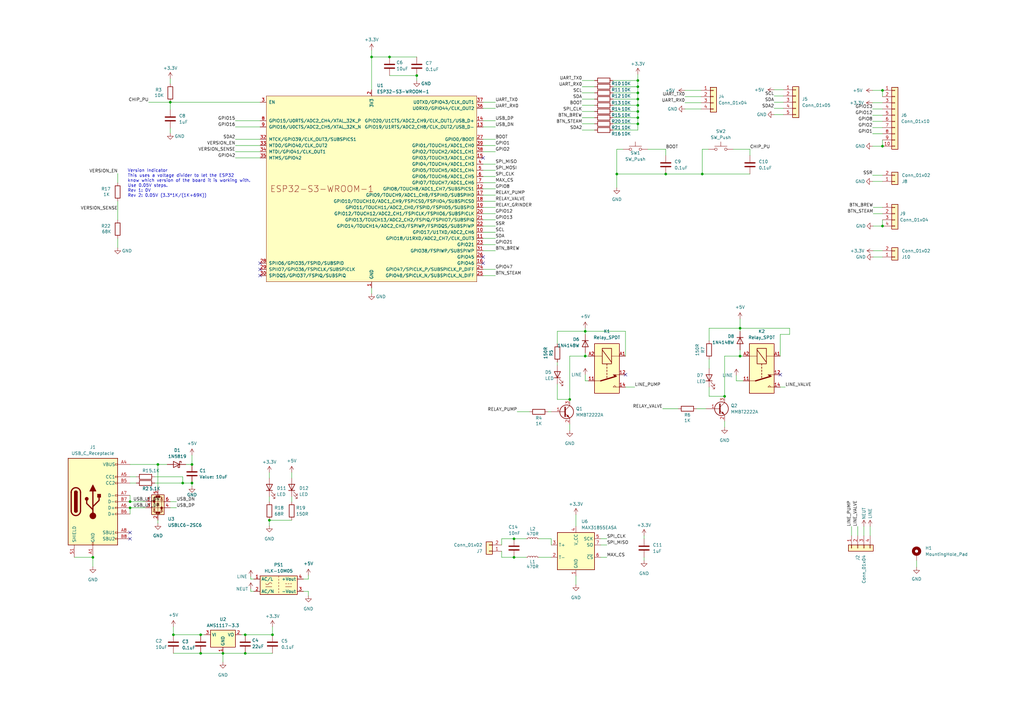
<source format=kicad_sch>
(kicad_sch (version 20231120) (generator "eeschema") (generator_version "8.0")
  (paper "A3")
  (title_block (title "GaggiMate Controller PCB") (date "2024-11-24") (rev "1.0"))
  (junction (at 361.95 92.71))
  (junction (at 261.62 50.8))
  (junction (at 303.53 134.62))
  (junction (at 100.584 267.97))
  (junction (at 273.05 71.374))
  (junction (at 261.62 35.56))
  (junction (at 64.77 190.5))
  (junction (at 261.62 45.72))
  (junction (at 361.95 59.944))
  (junction (at 210.82 228.6))
  (junction (at 111.76 260.35))
  (junction (at 297.18 162.56))
  (junction (at 261.62 38.1))
  (junction (at 303.53 146.05))
  (junction (at 252.984 71.374))
  (junction (at 361.95 37.084))
  (junction (at 261.62 48.26))
  (junction (at 53.34 205.74))
  (junction (at 152.4 23.368))
  (junction (at 100.584 260.35))
  (junction (at 69.85 41.91))
  (junction (at 110.49 213.36))
  (junction (at 261.62 33.02))
  (junction (at 159.766 23.368))
  (junction (at 82.296 267.97))
  (junction (at 210.82 220.98))
  (junction (at 91.44 267.97))
  (junction (at 288.036 71.374))
  (junction (at 170.942 30.988))
  (junction (at 78.74 190.5))
  (junction (at 71.12 260.35))
  (junction (at 74.93 198.12))
  (junction (at 240.03 146.05))
  (junction (at 53.34 208.28))
  (junction (at 261.62 43.18))
  (junction (at 82.296 260.35))
  (junction (at 233.68 163.83))
  (junction (at 240.03 135.89))
  (junction (at 261.62 40.64))
  (junction (at 78.74 198.12))
  (junction (at 38.1 228.6))
  (no_connect (at 198.12 64.77))
  (no_connect (at 106.68 113.03))
  (no_connect (at 53.34 220.98))
  (no_connect (at 256.54 153.67))
  (no_connect (at 198.12 107.95))
  (no_connect (at 198.12 105.41))
  (no_connect (at 53.34 218.44))
  (no_connect (at 106.68 110.49))
  (no_connect (at 320.04 153.67))
  (no_connect (at 106.68 107.95))
  (wire (pts (xy 261.62 48.26) (xy 261.62 45.72)))
  (wire (pts (xy 96.52 62.23) (xy 106.68 62.23)))
  (wire (pts (xy 228.6 135.89) (xy 228.6 140.97)))
  (wire (pts (xy 198.12 41.91) (xy 203.2 41.91)))
  (wire (pts (xy 361.95 57.404) (xy 361.95 59.944)))
  (wire (pts (xy 228.6 148.59) (xy 228.6 149.86)))
  (wire (pts (xy 205.74 220.98) (xy 210.82 220.98)))
  (wire (pts (xy 320.04 137.16) (xy 320.04 146.05)))
  (wire (pts (xy 110.49 193.802) (xy 110.49 196.088)))
  (wire (pts (xy 273.05 63.754) (xy 273.05 61.214)))
  (wire (pts (xy 198.12 113.03) (xy 203.2 113.03)))
  (wire (pts (xy 261.62 33.02) (xy 261.62 35.56)))
  (wire (pts (xy 240.03 134.62) (xy 240.03 135.89)))
  (wire (pts (xy 71.12 267.97) (xy 82.296 267.97)))
  (wire (pts (xy 198.12 82.55) (xy 203.2 82.55)))
  (wire (pts (xy 261.62 50.8) (xy 261.62 48.26)))
  (wire (pts (xy 323.85 137.16) (xy 320.04 137.16)))
  (wire (pts (xy 317.5 46.99) (xy 321.31 46.99)))
  (wire (pts (xy 303.53 146.05) (xy 304.8 146.05)))
  (wire (pts (xy 246.38 223.52) (xy 248.92 223.52)))
  (wire (pts (xy 297.18 146.05) (xy 303.53 146.05)))
  (wire (pts (xy 251.46 45.72) (xy 261.62 45.72)))
  (wire (pts (xy 198.12 49.53) (xy 203.2 49.53)))
  (wire (pts (xy 38.1 228.6) (xy 38.1 232.41)))
  (wire (pts (xy 100.584 260.35) (xy 111.76 260.35)))
  (wire (pts (xy 228.6 163.83) (xy 233.68 163.83)))
  (wire (pts (xy 226.06 220.98) (xy 226.06 223.52)))
  (wire (pts (xy 126.492 242.57) (xy 126.492 244.348)))
  (wire (pts (xy 198.12 62.23) (xy 203.2 62.23)))
  (wire (pts (xy 261.62 40.64) (xy 261.62 43.18)))
  (wire (pts (xy 69.85 52.578) (xy 69.85 54.61)))
  (wire (pts (xy 152.4 20.574) (xy 152.4 23.368)))
  (wire (pts (xy 126.492 237.49) (xy 126.492 235.966)))
  (wire (pts (xy 261.62 45.72) (xy 261.62 43.18)))
  (wire (pts (xy 63.5 195.58) (xy 74.93 195.58)))
  (wire (pts (xy 96.52 59.69) (xy 106.68 59.69)))
  (wire (pts (xy 256.54 135.89) (xy 256.54 146.05)))
  (wire (pts (xy 240.03 153.67) (xy 240.03 156.21)))
  (wire (pts (xy 198.12 95.25) (xy 203.2 95.25)))
  (wire (pts (xy 246.38 228.6) (xy 248.92 228.6)))
  (wire (pts (xy 111.76 260.35) (xy 111.76 257.048)))
  (wire (pts (xy 71.12 257.048) (xy 71.12 260.35)))
  (wire (pts (xy 233.68 163.83) (xy 233.68 146.05)))
  (wire (pts (xy 240.03 144.78) (xy 240.03 146.05)))
  (wire (pts (xy 69.85 32.258) (xy 69.85 34.29)))
  (wire (pts (xy 290.83 162.56) (xy 297.18 162.56)))
  (wire (pts (xy 124.46 237.49) (xy 126.492 237.49)))
  (wire (pts (xy 78.74 198.12) (xy 74.93 198.12)))
  (wire (pts (xy 303.53 134.62) (xy 323.85 134.62)))
  (wire (pts (xy 198.12 87.63) (xy 203.2 87.63)))
  (wire (pts (xy 78.74 190.5) (xy 78.74 186.69)))
  (wire (pts (xy 159.766 30.988) (xy 170.942 30.988)))
  (wire (pts (xy 236.22 236.22) (xy 236.22 239.776)))
  (wire (pts (xy 302.006 156.21) (xy 304.8 156.21)))
  (wire (pts (xy 357.886 42.164) (xy 361.95 42.164)))
  (wire (pts (xy 357.886 54.864) (xy 361.95 54.864)))
  (wire (pts (xy 288.036 61.214) (xy 290.576 61.214)))
  (wire (pts (xy 212.09 168.91) (xy 217.17 168.91)))
  (wire (pts (xy 96.52 64.77) (xy 106.68 64.77)))
  (wire (pts (xy 323.85 137.16) (xy 323.85 134.62)))
  (wire (pts (xy 280.924 42.164) (xy 287.528 42.164)))
  (wire (pts (xy 288.036 61.214) (xy 288.036 71.374)))
  (wire (pts (xy 48.26 82.55) (xy 48.26 90.17)))
  (wire (pts (xy 317.5 41.91) (xy 321.31 41.91)))
  (wire (pts (xy 357.886 71.882) (xy 361.95 71.882)))
  (wire (pts (xy 303.53 134.62) (xy 303.53 135.89)))
  (wire (pts (xy 357.886 44.704) (xy 361.95 44.704)))
  (wire (pts (xy 82.296 260.35) (xy 83.82 260.35)))
  (wire (pts (xy 361.95 37.084) (xy 361.95 39.624)))
  (wire (pts (xy 288.036 71.374) (xy 273.05 71.374)))
  (wire (pts (xy 357.886 37.084) (xy 361.95 37.084)))
  (wire (pts (xy 152.4 118.11) (xy 152.4 120.396)))
  (wire (pts (xy 198.12 69.85) (xy 203.2 69.85)))
  (wire (pts (xy 240.03 135.89) (xy 256.54 135.89)))
  (wire (pts (xy 358.14 92.71) (xy 361.95 92.71)))
  (wire (pts (xy 198.12 80.01) (xy 203.2 80.01)))
  (wire (pts (xy 354.33 215.9) (xy 354.33 219.71)))
  (wire (pts (xy 53.34 205.74) (xy 59.69 205.74)))
  (wire (pts (xy 198.12 97.79) (xy 203.2 97.79)))
  (wire (pts (xy 159.766 23.368) (xy 170.942 23.368)))
  (wire (pts (xy 361.95 90.17) (xy 361.95 92.71)))
  (wire (pts (xy 358.14 85.09) (xy 361.95 85.09)))
  (wire (pts (xy 170.942 33.02) (xy 170.942 30.988)))
  (wire (pts (xy 102.87 241.554) (xy 102.87 242.57)))
  (wire (pts (xy 264.16 228.6) (xy 264.16 229.87)))
  (wire (pts (xy 99.06 260.35) (xy 100.584 260.35)))
  (wire (pts (xy 256.54 158.75) (xy 260.35 158.75)))
  (wire (pts (xy 48.26 97.79) (xy 48.26 101.6)))
  (wire (pts (xy 96.52 57.15) (xy 106.68 57.15)))
  (wire (pts (xy 233.68 173.99) (xy 233.68 176.53)))
  (wire (pts (xy 228.6 135.89) (xy 240.03 135.89)))
  (wire (pts (xy 280.924 37.084) (xy 287.528 37.084)))
  (wire (pts (xy 290.83 147.32) (xy 290.83 151.13)))
  (wire (pts (xy 198.12 52.07) (xy 203.2 52.07)))
  (wire (pts (xy 205.74 223.52) (xy 205.74 220.98)))
  (wire (pts (xy 357.886 47.244) (xy 361.95 47.244)))
  (wire (pts (xy 60.96 41.91) (xy 69.85 41.91)))
  (wire (pts (xy 317.5 39.37) (xy 321.31 39.37)))
  (wire (pts (xy 251.46 50.8) (xy 261.62 50.8)))
  (wire (pts (xy 238.76 53.34) (xy 243.84 53.34)))
  (wire (pts (xy 198.12 57.15) (xy 203.2 57.15)))
  (wire (pts (xy 110.49 213.36) (xy 119.634 213.36)))
  (wire (pts (xy 64.77 190.5) (xy 64.77 200.66)))
  (wire (pts (xy 224.79 168.91) (xy 226.06 168.91)))
  (wire (pts (xy 69.85 41.91) (xy 69.85 44.958)))
  (wire (pts (xy 297.18 172.72) (xy 297.18 175.26)))
  (wire (pts (xy 69.85 205.74) (xy 72.39 205.74)))
  (wire (pts (xy 198.12 72.39) (xy 203.2 72.39)))
  (wire (pts (xy 307.594 71.374) (xy 288.036 71.374)))
  (wire (pts (xy 280.924 44.704) (xy 287.528 44.704)))
  (wire (pts (xy 290.83 158.75) (xy 290.83 162.56)))
  (wire (pts (xy 252.984 71.374) (xy 252.984 76.962)))
  (wire (pts (xy 240.03 135.89) (xy 240.03 137.16)))
  (wire (pts (xy 251.46 53.34) (xy 261.62 53.34)))
  (wire (pts (xy 238.76 40.64) (xy 243.84 40.64)))
  (wire (pts (xy 303.53 130.81) (xy 303.53 134.62)))
  (wire (pts (xy 356.87 215.9) (xy 356.87 219.71)))
  (wire (pts (xy 198.12 77.47) (xy 203.2 77.47)))
  (wire (pts (xy 251.46 35.56) (xy 261.62 35.56)))
  (wire (pts (xy 91.44 267.97) (xy 100.584 267.97)))
  (wire (pts (xy 198.12 44.45) (xy 203.2 44.45)))
  (wire (pts (xy 119.634 203.708) (xy 119.634 205.74)))
  (wire (pts (xy 198.12 102.87) (xy 203.2 102.87)))
  (wire (pts (xy 271.78 167.64) (xy 278.13 167.64)))
  (wire (pts (xy 264.16 219.71) (xy 264.16 220.98)))
  (wire (pts (xy 64.77 213.36) (xy 64.77 214.63)))
  (wire (pts (xy 351.79 215.9) (xy 351.79 219.71)))
  (wire (pts (xy 53.34 208.28) (xy 53.34 210.82)))
  (wire (pts (xy 198.12 110.49) (xy 203.2 110.49)))
  (wire (pts (xy 357.886 59.944) (xy 361.95 59.944)))
  (wire (pts (xy 300.736 61.214) (xy 307.594 61.214)))
  (wire (pts (xy 357.886 49.784) (xy 361.95 49.784)))
  (wire (pts (xy 53.34 203.2) (xy 53.34 205.74)))
  (wire (pts (xy 358.14 87.63) (xy 361.95 87.63)))
  (wire (pts (xy 228.6 157.48) (xy 228.6 163.83)))
  (wire (pts (xy 238.76 48.26) (xy 243.84 48.26)))
  (wire (pts (xy 69.85 41.91) (xy 106.68 41.91)))
  (wire (pts (xy 320.04 158.75) (xy 322.072 158.75)))
  (wire (pts (xy 251.46 48.26) (xy 261.62 48.26)))
  (wire (pts (xy 198.12 67.31) (xy 203.2 67.31)))
  (wire (pts (xy 100.584 267.97) (xy 111.76 267.97)))
  (wire (pts (xy 317.5 44.45) (xy 321.31 44.45)))
  (wire (pts (xy 220.98 220.98) (xy 226.06 220.98)))
  (wire (pts (xy 63.5 198.12) (xy 74.93 198.12)))
  (wire (pts (xy 236.22 211.074) (xy 236.22 215.9)))
  (wire (pts (xy 74.93 195.58) (xy 74.93 198.12)))
  (wire (pts (xy 302.006 153.924) (xy 302.006 156.21)))
  (wire (pts (xy 238.76 33.02) (xy 243.84 33.02)))
  (wire (pts (xy 238.76 43.18) (xy 243.84 43.18)))
  (wire (pts (xy 53.34 208.28) (xy 59.69 208.28)))
  (wire (pts (xy 210.82 220.98) (xy 215.9 220.98)))
  (wire (pts (xy 82.296 267.97) (xy 91.44 267.97)))
  (wire (pts (xy 251.46 38.1) (xy 261.62 38.1)))
  (wire (pts (xy 64.77 190.5) (xy 68.58 190.5)))
  (wire (pts (xy 76.2 190.5) (xy 78.74 190.5)))
  (wire (pts (xy 357.886 74.422) (xy 361.95 74.422)))
  (wire (pts (xy 53.34 190.5) (xy 64.77 190.5)))
  (wire (pts (xy 198.12 85.09) (xy 203.2 85.09)))
  (wire (pts (xy 110.49 203.708) (xy 110.49 205.74)))
  (wire (pts (xy 210.82 228.6) (xy 215.9 228.6)))
  (wire (pts (xy 119.634 193.802) (xy 119.634 196.088)))
  (wire (pts (xy 238.76 50.8) (xy 243.84 50.8)))
  (wire (pts (xy 102.87 237.49) (xy 104.14 237.49)))
  (wire (pts (xy 152.4 23.368) (xy 159.766 23.368)))
  (wire (pts (xy 238.76 38.1) (xy 243.84 38.1)))
  (wire (pts (xy 375.92 229.87) (xy 375.92 232.664)))
  (wire (pts (xy 349.25 215.9) (xy 349.25 219.71)))
  (wire (pts (xy 124.46 242.57) (xy 126.492 242.57)))
  (wire (pts (xy 205.74 226.06) (xy 205.74 228.6)))
  (wire (pts (xy 53.34 198.12) (xy 55.88 198.12)))
  (wire (pts (xy 297.18 162.56) (xy 297.18 146.05)))
  (wire (pts (xy 220.98 228.6) (xy 226.06 228.6)))
  (wire (pts (xy 71.12 260.35) (xy 82.296 260.35)))
  (wire (pts (xy 303.53 143.51) (xy 303.53 146.05)))
  (wire (pts (xy 280.924 39.624) (xy 287.528 39.624)))
  (wire (pts (xy 252.984 61.214) (xy 255.524 61.214)))
  (wire (pts (xy 358.14 102.87) (xy 361.95 102.87)))
  (wire (pts (xy 53.34 195.58) (xy 55.88 195.58)))
  (wire (pts (xy 240.03 146.05) (xy 241.3 146.05)))
  (wire (pts (xy 261.62 30.48) (xy 261.62 33.02)))
  (wire (pts (xy 238.76 35.56) (xy 243.84 35.56)))
  (wire (pts (xy 198.12 90.17) (xy 203.2 90.17)))
  (wire (pts (xy 261.62 35.56) (xy 261.62 38.1)))
  (wire (pts (xy 285.75 167.64) (xy 289.56 167.64)))
  (wire (pts (xy 78.74 198.12) (xy 78.74 199.39)))
  (wire (pts (xy 251.46 40.64) (xy 261.62 40.64)))
  (wire (pts (xy 96.52 52.07) (xy 106.68 52.07)))
  (wire (pts (xy 357.886 52.324) (xy 361.95 52.324)))
  (wire (pts (xy 91.44 267.97) (xy 91.44 271.526)))
  (wire (pts (xy 238.76 45.72) (xy 243.84 45.72)))
  (wire (pts (xy 265.684 61.214) (xy 273.05 61.214)))
  (wire (pts (xy 205.74 228.6) (xy 210.82 228.6)))
  (wire (pts (xy 152.4 23.368) (xy 152.4 36.83)))
  (wire (pts (xy 30.48 228.6) (xy 38.1 228.6)))
  (wire (pts (xy 317.5 36.83) (xy 321.31 36.83)))
  (wire (pts (xy 273.05 71.374) (xy 252.984 71.374)))
  (wire (pts (xy 290.83 139.7) (xy 290.83 134.62)))
  (wire (pts (xy 246.38 220.98) (xy 248.92 220.98)))
  (wire (pts (xy 102.87 242.57) (xy 104.14 242.57)))
  (wire (pts (xy 251.46 43.18) (xy 261.62 43.18)))
  (wire (pts (xy 198.12 92.71) (xy 203.2 92.71)))
  (wire (pts (xy 252.984 61.214) (xy 252.984 71.374)))
  (wire (pts (xy 198.12 74.93) (xy 203.2 74.93)))
  (wire (pts (xy 198.12 100.33) (xy 203.2 100.33)))
  (wire (pts (xy 251.46 33.02) (xy 261.62 33.02)))
  (wire (pts (xy 102.87 236.474) (xy 102.87 237.49)))
  (wire (pts (xy 290.83 134.62) (xy 303.53 134.62)))
  (wire (pts (xy 110.49 213.36) (xy 110.49 215.646)))
  (wire (pts (xy 261.62 53.34) (xy 261.62 50.8)))
  (wire (pts (xy 358.14 105.41) (xy 361.95 105.41)))
  (wire (pts (xy 307.594 63.754) (xy 307.594 61.214)))
  (wire (pts (xy 240.03 156.21) (xy 241.3 156.21)))
  (wire (pts (xy 261.62 38.1) (xy 261.62 40.64)))
  (wire (pts (xy 69.85 208.28) (xy 72.39 208.28)))
  (wire (pts (xy 233.68 146.05) (xy 240.03 146.05)))
  (wire (pts (xy 48.26 71.12) (xy 48.26 74.93)))
  (wire (pts (xy 198.12 59.69) (xy 203.2 59.69)))
  (wire (pts (xy 96.52 49.53) (xy 106.68 49.53)))
  (text "Version Indicator\nThis uses a voltage divider to let the ESP32 \nknow which version of the board it is working with.\nUse 0.05V steps.\nRev 1: 0V\nRev 2: 0.05V (3.3*1K/(1K+69K))" (at 52.324 75.184 0) (effects (font (size 1.27 1.27)) (justify left)))
  (label "RELAY_VALVE" (at 203.2 82.55 0))
  (label "GPIO16" (at 96.52 52.07 180))
  (label "GPIO2" (at 203.2 62.23 0))
  (label "SDA2" (at 96.52 57.15 180))
  (label "MAX_CS" (at 203.2 74.93 0))
  (label "GPIO2" (at 357.886 52.324 180))
  (label "SDA2" (at 317.5 44.45 180))
  (label "UART_RX0" (at 280.924 42.164 180))
  (label "GPIO13" (at 203.2 90.17 0))
  (label "SPI_CLK" (at 203.2 72.39 0))
  (label "SCL" (at 238.76 38.1 180))
  (label "RELAY_PUMP" (at 203.2 80.01 0))
  (label "BOOT" (at 203.2 57.15 0))
  (label "GPIO13" (at 357.886 44.704 180))
  (label "SPI_MISO" (at 248.92 223.52 0))
  (label "GPIO15" (at 96.52 49.53 180))
  (label "GPIO47" (at 203.2 110.49 0))
  (label "GPIO1" (at 357.886 54.864 180))
  (label "SDA" (at 238.76 40.64 180))
  (label "VERSION_EN" (at 48.26 71.12 180))
  (label "SSR" (at 357.886 71.882 180))
  (label "BTN_STEAM" (at 358.14 87.63 180))
  (label "CHIP_PU" (at 60.96 41.91 180))
  (label "USB_DP" (at 72.39 208.28 0))
  (label "SPI_CLK" (at 238.76 45.72 180))
  (label "LINE_PUMP" (at 349.25 215.9 90))
  (label "SCL" (at 203.2 95.25 0))
  (label "USB_DP" (at 203.2 49.53 0))
  (label "GPIO1" (at 203.2 59.69 0))
  (label "SDA2" (at 238.76 53.34 180))
  (label "BOOT" (at 273.05 61.214 0))
  (label "BOOT" (at 238.76 43.18 180))
  (label "MAX_CS" (at 248.92 228.6 0))
  (label "SPI_MOSI" (at 203.2 69.85 0))
  (label "GPIO12" (at 357.886 47.244 180))
  (label "LINE_VALVE" (at 322.072 158.75 0))
  (label "SPI_CLK" (at 248.92 220.98 0))
  (label "RELAY_VALVE" (at 271.78 167.64 180))
  (label "BTN_STEAM" (at 238.76 50.8 180))
  (label "RELAY_GRINDER" (at 203.2 85.09 0))
  (label "CHIP_PU" (at 307.594 61.214 0))
  (label "GPIO21" (at 203.2 100.33 0))
  (label "USB_UF_DN" (at 54.61 205.74 0))
  (label "RELAY_PUMP" (at 212.09 168.91 180))
  (label "LINE_PUMP" (at 260.35 158.75 0))
  (label "SPI_MISO" (at 203.2 67.31 0))
  (label "VERSION_SENSE" (at 48.26 86.36 180))
  (label "SSR" (at 203.2 92.71 0))
  (label "UART_TX0" (at 238.76 33.02 180))
  (label "GPIO8" (at 203.2 77.47 0))
  (label "GPIO8" (at 357.886 49.784 180))
  (label "USB_DN" (at 72.39 205.74 0))
  (label "UART_TX0" (at 280.924 39.624 180))
  (label "VERSION_SENSE" (at 96.52 62.23 180))
  (label "BTN_BREW" (at 203.2 102.87 0))
  (label "SDA" (at 317.5 41.91 180))
  (label "USB_DN" (at 203.2 52.07 0))
  (label "SCL" (at 317.5 39.37 180))
  (label "USB_UF_DP" (at 54.61 208.28 0))
  (label "GPIO12" (at 203.2 87.63 0))
  (label "SDA" (at 203.2 97.79 0))
  (label "VERSION_EN" (at 96.52 59.69 180))
  (label "BTN_STEAM" (at 203.2 113.03 0))
  (label "GPIO42" (at 96.52 64.77 180))
  (label "BTN_BREW" (at 238.76 48.26 180))
  (label "UART_RX0" (at 238.76 35.56 180))
  (label "UART_RX0" (at 203.2 44.45 0))
  (label "BTN_BREW" (at 358.14 85.09 180))
  (label "LINE_VALVE" (at 351.79 215.9 90))
  (label "UART_TX0" (at 203.2 41.91 0))
  (symbol (lib_id "power:GND") (at 152.4 120.396 0) (unit 1)
    (property "Reference" "#PWR027" (effects (hide yes)))
    (property "Value" "GND" (at 156.21 121.666 0))
  )
  (symbol (lib_id "Device:L_Small") (at 218.44 228.6 90) (unit 1)
    (property "Reference" "L1" (at 218.44 230.378 90))
    (property "Value" "470R" (at 218.44 232.41 90))
    (property "Footprint" "Inductor_SMD:L_0603_1608Metric" (effects (hide yes)))
    (property "LCSC" "C413961" (effects (hide yes)))
  )
  (symbol (lib_id "power:+3.3V") (at 69.85 32.258 0) (unit 1)
    (property "Reference" "#PWR010" (effects (hide yes)))
    (property "Value" "+3.3V" (at 69.85 27.94 0))
  )
  (symbol (lib_id "power:NEUT") (at 102.87 241.554 0) (unit 1)
    (property "Reference" "#PWR015" (effects (hide yes)))
    (property "Value" "NEUT" (at 99.314 241.554 0))
  )
  (symbol (lib_id "Device:LED") (at 228.6 153.67 90) (unit 1)
    (property "Reference" "D5" (at 223.52 152.654 90) (effects (justify right)))
    (property "Value" "LED" (at 223.52 155.194 90) (effects (justify right)))
    (property "Footprint" "LED_SMD:LED_0805_2012Metric" (effects (hide yes)))
    (property "LCSC" "C84256" (effects (hide yes)))
  )
  (symbol (lib_id "Sensor_Temperature:MAX31855EASA") (at 236.22 226.06 0) (unit 1)
    (property "Reference" "U6" (at 238.4141 213.868 0) (effects (justify left)))
    (property "Value" "MAX31855EASA" (at 238.4141 216.408 0) (effects (justify left)))
    (property "Footprint" "Package_SO:SOIC-8_3.9x4.9mm_P1.27mm" (effects (hide yes)))
    (property "Datasheet" "http://datasheets.maximintegrated.com/en/ds/MAX31855.pdf" (effects (hide yes)))
    (property "LCSC" "C52028" (effects (hide yes)))
  )
  (symbol (lib_id "power:GND") (at 170.942 33.02 0) (unit 1)
    (property "Reference" "#PWR08" (effects (hide yes)))
    (property "Value" "GND" (at 174.752 34.29 0))
  )
  (symbol (lib_id "power:GND") (at 69.85 54.61 0) (unit 1)
    (property "Reference" "#PWR011" (effects (hide yes)))
    (property "Value" "GND" (at 73.66 55.88 0))
  )
  (symbol (lib_id "power:+5V") (at 317.5 36.83 90) (unit 1)
    (property "Reference" "#PWR031" (effects (hide yes)))
    (property "Value" "+5V" (at 313.436 36.83 90) (effects (justify left)))
  )
  (symbol (lib_id "Device:C") (at 264.16 224.79 0) (unit 1)
    (property "Reference" "C11" (at 267.716 223.52 0) (effects (justify left)))
    (property "Value" "1uF" (at 267.716 226.06 0) (effects (justify left)))
    (property "Footprint" "Capacitor_SMD:C_0402_1005Metric" (effects (hide yes)))
    (property "LCSC" "C28323" (effects (hide yes)))
  )
  (symbol (lib_id "Switch:SW_Push") (at 260.604 61.214 0) (unit 1)
    (property "Reference" "SW1" (at 260.604 62.738 0))
    (property "Value" "SW_Push" (at 260.604 65.278 0))
    (property "Footprint" "Button_Switch_SMD:SW_SPST_B3U-3100P-B" (effects (hide yes)))
    (property "LCSC" "C116647" (effects (hide yes)))
  )
  (symbol (lib_id "power:+5V") (at 78.74 186.69 0) (unit 1)
    (property "Reference" "#PWR02" (effects (hide yes)))
    (property "Value" "+5V" (at 78.74 181.864 0))
  )
  (symbol (lib_id "PCM_Espressif:ESP32-S3-WROOM-1") (at 152.4 77.47 0) (unit 1)
    (property "Reference" "U1" (at 154.5941 35.052 0) (effects (justify left)))
    (property "Value" "ESP32-S3-WROOM-1" (at 154.5941 37.592 0) (effects (justify left)))
    (property "Footprint" "PCM_Espressif:ESP32-S3-WROOM-1" (effects (hide yes)))
    (property "Datasheet" "https://www.espressif.com/sites/default/files/documentation/esp32-s3-wroom-1_wroom-1u_datasheet_en.pdf" (effects (hide yes)))
    (property "LCSC" "C2913201" (effects (hide yes)))
  )
  (symbol (lib_id "Device:R") (at 247.65 38.1 270) (unit 1)
    (property "Reference" "R12" (at 252.73 39.37 90))
    (property "Value" "10K" (at 256.794 39.37 90))
    (property "Footprint" "Resistor_SMD:R_0402_1005Metric" (effects (hide yes)))
    (property "LCSC" "C17414" (effects (hide yes)))
  )
  (symbol (lib_id "Device:R") (at 247.65 53.34 270) (unit 1)
    (property "Reference" "R16" (at 252.73 54.864 90))
    (property "Value" "10K" (at 256.794 54.864 90))
    (property "Footprint" "Resistor_SMD:R_0402_1005Metric" (effects (hide yes)))
    (property "LCSC" "C17414" (effects (hide yes)))
  )
  (symbol (lib_id "Connector_Generic:Conn_01x10") (at 367.03 47.244 0) (unit 1)
    (property "Reference" "J6" (at 369.57 47.244 0) (effects (justify left)))
    (property "Value" "Conn_01x10" (at 369.57 49.784 0) (effects (justify left)))
    (property "Footprint" "Connector_PinHeader_2.54mm:PinHeader_1x10_P2.54mm_Vertical" (effects (hide yes)))
    (property "LCSC" "C5383117" (effects (hide yes)))
  )
  (symbol (lib_id "Connector_Generic:Conn_01x02") (at 367.03 74.422 0) (mirror x) (unit 1)
    (property "Reference" "J8" (at 369.824 74.422 0) (effects (justify left)))
    (property "Value" "Conn_01x02" (at 369.824 71.882 0) (effects (justify left)))
    (property "Footprint" "Connector_JST:JST_PH_B2B-PH-K_1x02_P2.00mm_Vertical" (effects (hide yes)))
    (property "LCSC" "C158012" (effects (hide yes)))
  )
  (symbol (lib_id "Device:R") (at 290.83 143.51 180) (unit 1)
    (property "Reference" "R7" (at 288.29 143.51 90))
    (property "Value" "150R" (at 286.004 143.51 90))
    (property "Footprint" "Resistor_SMD:R_0402_1005Metric" (effects (hide yes)))
    (property "LCSC" "C17471" (effects (hide yes)))
  )
  (symbol (lib_id "Device:D") (at 240.03 140.97 270) (unit 1)
    (property "Reference" "D6" (at 234.95 139.192 90) (effects (justify left)))
    (property "Value" "1N4148W" (at 228.6 141.732 90) (effects (justify left)))
    (property "Footprint" "Diode_SMD:D_SOD-123" (effects (hide yes)))
    (property "Sim.Device" "D" (effects (hide yes)))
    (property "Sim.Pins" "1=K 2=A" (effects (hide yes)))
    (property "LCSC" "C81598" (effects (hide yes)))
  )
  (symbol (lib_id "power:GND") (at 280.924 44.704 270) (unit 1)
    (property "Reference" "#PWR029" (effects (hide yes)))
    (property "Value" "GND" (at 275.844 44.704 90))
  )
  (symbol (lib_id "Device:R") (at 59.69 195.58 270) (unit 1)
    (property "Reference" "R1" (at 59.69 193.04 90))
    (property "Value" "5.1K" (at 63.246 193.04 90))
    (property "Footprint" "Resistor_SMD:R_0402_1005Metric" (effects (hide yes)))
    (property "LCSC" "C27834" (effects (hide yes)))
  )
  (symbol (lib_id "power:+5V") (at 280.924 37.084 90) (unit 1)
    (property "Reference" "#PWR030" (effects (hide yes)))
    (property "Value" "+5V" (at 276.86 37.084 90) (effects (justify left)))
  )
  (symbol (lib_id "Device:R") (at 247.65 40.64 270) (unit 1)
    (property "Reference" "R13" (at 252.73 42.164 90))
    (property "Value" "10K" (at 256.794 42.164 90))
    (property "Footprint" "Resistor_SMD:R_0402_1005Metric" (effects (hide yes)))
    (property "LCSC" "C17414" (effects (hide yes)))
  )
  (symbol (lib_id "power:GND") (at 358.14 105.41 270) (unit 1)
    (property "Reference" "#PWR049" (effects (hide yes)))
    (property "Value" "GND" (at 353.06 105.41 90))
  )
  (symbol (lib_id "power:GND") (at 317.5 46.99 270) (unit 1)
    (property "Reference" "#PWR032" (effects (hide yes)))
    (property "Value" "GND" (at 312.42 46.99 90))
  )
  (symbol (lib_id "Device:C") (at 210.82 224.79 0) (unit 1)
    (property "Reference" "C14" (at 208.534 216.154 0) (effects (justify left)))
    (property "Value" "10nF" (at 208.534 218.694 0) (effects (justify left)))
    (property "Footprint" "Capacitor_SMD:C_0402_1005Metric" (effects (hide yes)))
    (property "LCSC" "C1710" (effects (hide yes)))
  )
  (symbol (lib_id "Device:C") (at 82.296 264.16 0) (unit 1)
    (property "Reference" "C3" (at 74.676 263.144 0) (effects (justify left)))
    (property "Value" "0.1uF" (at 74.676 265.684 0) (effects (justify left)))
    (property "Footprint" "Capacitor_SMD:C_0402_1005Metric" (effects (hide yes)))
    (property "LCSC" "C49678" (effects (hide yes)))
  )
  (symbol (lib_id "power:GND") (at 48.26 101.6 0) (unit 1)
    (property "Reference" "#PWR042" (effects (hide yes)))
    (property "Value" "GND" (at 52.07 102.87 0))
  )
  (symbol (lib_id "Device:R") (at 110.49 209.55 0) (unit 1)
    (property "Reference" "R18" (at 112.522 208.28 0) (effects (justify left)))
    (property "Value" "68R" (at 112.522 210.82 0) (effects (justify left)))
    (property "Footprint" "Resistor_SMD:R_0402_1005Metric" (effects (hide yes)))
    (property "LCSC" "C17802" (effects (hide yes)))
  )
  (symbol (lib_id "Diode:1N5819") (at 72.39 190.5 0) (mirror y) (unit 1)
    (property "Reference" "D1" (at 72.7075 184.658 0))
    (property "Value" "1N5819" (at 72.7075 187.198 0))
    (property "Footprint" "Diode_SMD:D_SOD-123" (effects (hide yes)))
    (property "Datasheet" "http://www.vishay.com/docs/88525/1n5817.pdf" (effects (hide yes)))
    (property "LCSC" "C2891704" (effects (hide yes)))
  )
  (symbol (lib_id "Device:R") (at 119.634 209.55 0) (unit 1)
    (property "Reference" "R19" (at 121.412 208.28 0) (effects (justify left)))
    (property "Value" "150R" (at 121.412 210.82 0) (effects (justify left)))
    (property "Footprint" "Resistor_SMD:R_0402_1005Metric" (effects (hide yes)))
    (property "LCSC" "C17471" (effects (hide yes)))
  )
  (symbol (lib_id "Regulator_Linear:AMS1117-3.3") (at 91.44 260.35 0) (unit 1)
    (property "Reference" "U2" (at 91.44 254 0))
    (property "Value" "AMS1117-3.3" (at 91.44 256.54 0))
    (property "Footprint" "Package_TO_SOT_SMD:SOT-223-3_TabPin2" (effects (hide yes)))
    (property "Datasheet" "http://www.advanced-monolithic.com/pdf/ds1117.pdf" (effects (hide yes)))
    (property "LCSC" "C6186" (effects (hide yes)))
  )
  (symbol (lib_id "Device:R") (at 247.65 50.8 270) (unit 1)
    (property "Reference" "R21" (at 252.73 52.324 90))
    (property "Value" "10K" (at 256.794 52.324 90))
    (property "Footprint" "Resistor_SMD:R_0402_1005Metric" (effects (hide yes)))
    (property "LCSC" "C17414" (effects (hide yes)))
  )
  (symbol (lib_id "Connector_Generic:Conn_01x04") (at 351.79 224.79 90) (mirror x) (unit 1)
    (property "Reference" "J2" (at 351.79 227.584 0) (effects (justify left)))
    (property "Value" "Conn_01x04" (at 354.33 227.584 0) (effects (justify left)))
    (property "Footprint" "TerminalBlock:TerminalBlock_bornier-4_P5.08mm" (effects (hide yes)))
    (property "Description" "Generic connector, single row, 01x04, script generated (kicad-library-utils/schlib/autogen/connector/)" (effects (hide yes)))
    (property "LCSC" "C409161" (effects (hide yes)))
  )
  (symbol (lib_id "power:LINE") (at 102.87 236.474 0) (unit 1)
    (property "Reference" "#PWR014" (effects (hide yes)))
    (property "Value" "LINE" (at 99.314 236.474 0))
  )
  (symbol (lib_id "power:GND") (at 236.22 239.776 0) (unit 1)
    (property "Reference" "#PWR039" (effects (hide yes)))
    (property "Value" "GND" (at 236.22 245.11 0))
  )
  (symbol (lib_id "Transistor_BJT:MMBT2222A") (at 231.14 168.91 0) (unit 1)
    (property "Reference" "Q1" (at 236.22 167.6399 0) (effects (justify left)))
    (property "Value" "MMBT2222A" (at 236.22 170.1799 0) (effects (justify left)))
    (property "Footprint" "Package_TO_SOT_SMD:SOT-23" (effects (hide yes)))
    (property "Datasheet" "https://assets.nexperia.com/documents/data-sheet/MMBT2222A.pdf" (effects (hide yes)))
    (property "Description" "600mA Ic, 40V Vce, NPN Transistor, SOT-23" (effects (hide yes)))
    (property "LCSC" "C916372" (effects (hide yes)))
  )
  (symbol (lib_id "Device:C") (at 100.584 264.16 0) (unit 1)
    (property "Reference" "C4" (at 103.378 262.636 0) (effects (justify left)))
    (property "Value" "22uF" (at 103.378 265.176 0) (effects (justify left)))
    (property "Footprint" "Capacitor_SMD:C_0402_1005Metric" (effects (hide yes)))
    (property "LCSC" "C45783" (effects (hide yes)))
  )
  (symbol (lib_id "power:+3.3V") (at 261.62 30.48 0) (unit 1)
    (property "Reference" "#PWR036" (effects (hide yes)))
    (property "Value" "+3.3V" (at 261.62 26.162 0))
  )
  (symbol (lib_id "Device:C") (at 69.85 48.768 0) (unit 1)
    (property "Reference" "C8" (at 73.406 47.498 0) (effects (justify left)))
    (property "Value" "1uF" (at 73.406 50.038 0) (effects (justify left)))
    (property "Footprint" "Capacitor_SMD:C_0402_1005Metric" (effects (hide yes)))
    (property "LCSC" "C28323" (effects (hide yes)))
  )
  (symbol (lib_id "power:+3.3V") (at 358.14 102.87 90) (unit 1)
    (property "Reference" "#PWR048" (effects (hide yes)))
    (property "Value" "+3.3V" (at 354.584 102.87 90) (effects (justify left)))
  )
  (symbol (lib_id "power:GND") (at 375.92 232.664 0) (unit 1)
    (property "Reference" "#PWR028" (effects (hide yes)))
    (property "Value" "GND" (at 375.92 237.49 0))
  )
  (symbol (lib_id "Switch:SW_Push") (at 295.656 61.214 0) (unit 1)
    (property "Reference" "SW2" (at 295.656 53.848 0))
    (property "Value" "SW_Push" (at 295.656 56.388 0))
    (property "Footprint" "Button_Switch_SMD:SW_SPST_B3U-3100P-B" (effects (hide yes)))
    (property "LCSC" "C116647" (effects (hide yes)))
  )
  (symbol (lib_id "Device:D") (at 303.53 139.7 270) (unit 1)
    (property "Reference" "D8" (at 298.45 137.922 90) (effects (justify left)))
    (property "Value" "1N4148W" (at 292.1 140.462 90) (effects (justify left)))
    (property "Footprint" "Diode_SMD:D_SOD-123" (effects (hide yes)))
    (property "Sim.Device" "D" (effects (hide yes)))
    (property "Sim.Pins" "1=K 2=A" (effects (hide yes)))
    (property "LCSC" "C81598" (effects (hide yes)))
  )
  (symbol (lib_id "power:+3.3V") (at 110.49 193.802 0) (unit 1)
    (property "Reference" "#PWR045" (effects (hide yes)))
    (property "Value" "+3.3V" (at 110.49 189.484 0))
  )
  (symbol (lib_id "Device:R") (at 247.65 43.18 270) (unit 1)
    (property "Reference" "R14" (at 252.73 44.704 90))
    (property "Value" "10K" (at 256.794 44.704 90))
    (property "Footprint" "Resistor_SMD:R_0402_1005Metric" (effects (hide yes)))
    (property "LCSC" "C17414" (effects (hide yes)))
  )
  (symbol (lib_id "Device:C") (at 111.76 264.16 0) (unit 1)
    (property "Reference" "C5" (at 115.316 262.89 0) (effects (justify left)))
    (property "Value" "0.1uF" (at 115.316 265.43 0) (effects (justify left)))
    (property "Footprint" "Capacitor_SMD:C_0402_1005Metric" (effects (hide yes)))
    (property "LCSC" "C49678" (effects (hide yes)))
  )
  (symbol (lib_id "power:GND") (at 91.44 271.526 0) (unit 1)
    (property "Reference" "#PWR07" (effects (hide yes)))
    (property "Value" "GND" (at 91.44 276.86 0))
  )
  (symbol (lib_id "Device:R") (at 220.98 168.91 270) (unit 1)
    (property "Reference" "R4" (at 220.98 171.45 90))
    (property "Value" "1K" (at 220.98 173.736 90))
    (property "Footprint" "Resistor_SMD:R_0402_1005Metric" (effects (hide yes)))
    (property "LCSC" "C17513" (effects (hide yes)))
  )
  (symbol (lib_id "Connector:USB_C_Receptacle_USB2.0") (at 38.1 205.74 0) (unit 1)
    (property "Reference" "J1" (at 38.1 183.388 0))
    (property "Value" "USB_C_Receptacle" (at 38.1 185.928 0))
    (property "Footprint" "Connector_USB:USB_C_Receptacle_HRO_TYPE-C-31-M-12" (effects (hide yes)))
    (property "Datasheet" "https://www.usb.org/sites/default/files/documents/usb_type-c.zip" (effects (hide yes)))
    (property "LCSC" "C165948" (effects (hide yes)))
  )
  (symbol (lib_id "Relay:Relay_SPDT") (at 312.42 151.13 270) (unit 1)
    (property "Reference" "K2" (at 312.42 135.89 90))
    (property "Value" "Relay_SPDT" (at 312.42 138.43 90))
    (property "Footprint" "Relay_THT:Relay_SPDT_Finder_36.11" (effects (hide yes)))
    (property "LCSC" "C35449" (effects (hide yes)))
  )
  (symbol (lib_id "power:LINE") (at 302.006 153.924 0) (unit 1)
    (property "Reference" "#PWR022" (effects (hide yes)))
    (property "Value" "LINE" (at 298.45 153.924 0))
  )
  (symbol (lib_id "Device:R") (at 281.94 167.64 270) (unit 1)
    (property "Reference" "R6" (at 281.94 170.18 90))
    (property "Value" "1K" (at 281.94 172.466 90))
    (property "Footprint" "Resistor_SMD:R_0402_1005Metric" (effects (hide yes)))
    (property "LCSC" "C17513" (effects (hide yes)))
  )
  (symbol (lib_id "Device:R") (at 69.85 38.1 0) (unit 1)
    (property "Reference" "R3" (at 65.024 36.83 0))
    (property "Value" "10K" (at 65.278 39.116 0))
    (property "Footprint" "Resistor_SMD:R_0402_1005Metric" (effects (hide yes)))
    (property "LCSC" "C17414" (effects (hide yes)))
  )
  (symbol (lib_id "power:GND") (at 357.886 59.944 270) (unit 1)
    (property "Reference" "#PWR034" (effects (hide yes)))
    (property "Value" "GND" (at 352.806 59.944 90))
  )
  (symbol (lib_id "Device:L_Small") (at 218.44 220.98 90) (unit 1)
    (property "Reference" "L2" (at 218.44 216.916 90))
    (property "Value" "470R" (at 218.44 218.948 90))
    (property "Footprint" "Inductor_SMD:L_0603_1608Metric" (effects (hide yes)))
    (property "LCSC" "C413961" (effects (hide yes)))
  )
  (symbol (lib_id "Device:R") (at 228.6 144.78 180) (unit 1)
    (property "Reference" "R5" (at 226.06 144.78 90))
    (property "Value" "150R" (at 223.774 144.78 90))
    (property "Footprint" "Resistor_SMD:R_0402_1005Metric" (effects (hide yes)))
    (property "LCSC" "C17471" (effects (hide yes)))
  )
  (symbol (lib_id "Device:C") (at 78.74 194.31 0) (unit 1)
    (property "Reference" "C1" (at 81.788 193.04 0) (effects (justify left)))
    (property "Value" "10uF" (at 81.788 195.58 0) (show_name yes) (effects (justify left)))
    (property "Footprint" "Capacitor_SMD:C_0402_1005Metric" (effects (hide yes)))
    (property "LCSC" "C15850" (effects (hide yes)))
  )
  (symbol (lib_id "power:LINE") (at 240.03 153.67 0) (unit 1)
    (property "Reference" "#PWR018" (effects (hide yes)))
    (property "Value" "LINE" (at 236.474 153.67 0))
  )
  (symbol (lib_id "Device:R") (at 247.65 33.02 270) (unit 1)
    (property "Reference" "R10" (at 252.73 34.29 90))
    (property "Value" "10K" (at 256.794 34.29 90))
    (property "Footprint" "Resistor_SMD:R_0402_1005Metric" (effects (hide yes)))
    (property "LCSC" "C17414" (effects (hide yes)))
  )
  (symbol (lib_id "power:+5V") (at 126.492 235.966 0) (unit 1)
    (property "Reference" "#PWR016" (effects (hide yes)))
    (property "Value" "+5V" (at 126.492 231.14 0))
  )
  (symbol (lib_id "Device:LED") (at 119.634 199.898 90) (unit 1)
    (property "Reference" "D12" (at 122.682 200.2155 90) (effects (justify right)))
    (property "Value" "LED" (at 122.682 202.7555 90) (effects (justify right)))
    (property "Footprint" "LED_SMD:LED_0805_2012Metric" (effects (hide yes)))
    (property "LCSC" "C84256" (effects (hide yes)))
  )
  (symbol (lib_id "Device:C") (at 273.05 67.564 0) (unit 1)
    (property "Reference" "C9" (at 276.606 66.294 0) (effects (justify left)))
    (property "Value" "0.1uF" (at 276.606 68.834 0) (effects (justify left)))
    (property "Footprint" "Capacitor_SMD:C_0402_1005Metric" (effects (hide yes)))
    (property "LCSC" "C49678" (effects (hide yes)))
  )
  (symbol (lib_id "power:+5V") (at 240.03 134.62 0) (unit 1)
    (property "Reference" "#PWR020" (effects (hide yes)))
    (property "Value" "+5V" (at 240.03 129.794 0))
  )
  (symbol (lib_id "Device:C") (at 71.12 264.16 0) (unit 1)
    (property "Reference" "C2" (at 63.754 262.89 0) (effects (justify left)))
    (property "Value" "10uF" (at 63.754 265.43 0) (effects (justify left)))
    (property "Footprint" "Capacitor_SMD:C_0402_1005Metric" (effects (hide yes)))
    (property "LCSC" "C15850" (effects (hide yes)))
  )
  (symbol (lib_id "power:+3.3V") (at 111.76 257.048 0) (unit 1)
    (property "Reference" "#PWR06" (effects (hide yes)))
    (property "Value" "+3.3V" (at 111.76 252.73 0))
  )
  (symbol (lib_id "power:GND") (at 110.49 215.646 0) (unit 1)
    (property "Reference" "#PWR044" (effects (hide yes)))
    (property "Value" "GND" (at 110.49 220.98 0))
  )
  (symbol (lib_id "power:GND") (at 297.18 175.26 0) (unit 1)
    (property "Reference" "#PWR021" (effects (hide yes)))
    (property "Value" "GND" (at 297.18 180.594 0))
  )
  (symbol (lib_id "Converter_ACDC:HLK-10M05") (at 114.3 240.03 0) (unit 1)
    (property "Reference" "PS1" (at 114.3 231.648 0))
    (property "Value" "HLK-10M05" (at 114.3 234.188 0))
    (property "Footprint" "Converter_ACDC:Converter_ACDC_HiLink_HLK-10Mxx" (effects (hide yes)))
    (property "Datasheet" "http://h.hlktech.com/download/ACDC%E7%94%B5%E6%BA%90%E6%A8%A1%E5%9D%9710W%E7%B3%BB%E5%88%97/1/%E6%B5%B7%E5%87%8C%E7%A7%9110W%E7%B3%BB%E5%88%97%E7%94%B5%E6%BA%90%E6%A8%A1%E5%9D%97%E8%A7%84%E6%A0%BC%E4%B9%A6V1.8.pdf" (effects (hide yes)))
    (property "LCSC" "C403745" (effects (hide yes)))
  )
  (symbol (lib_id "power:GND") (at 78.74 199.39 0) (unit 1)
    (property "Reference" "#PWR01" (effects (hide yes)))
    (property "Value" "GND" (at 78.74 202.946 0))
  )
  (symbol (lib_id "power:+3.3V") (at 357.886 42.164 90) (unit 1)
    (property "Reference" "#PWR035" (effects (hide yes)))
    (property "Value" "+3.3V" (at 354.33 42.164 90) (effects (justify left)))
  )
  (symbol (lib_id "Device:R") (at 48.26 93.98 0) (unit 1)
    (property "Reference" "R22" (at 43.434 92.71 0))
    (property "Value" "68K" (at 43.688 94.996 0))
    (property "Footprint" "Resistor_SMD:R_0402_1005Metric" (effects (hide yes)))
    (property "LCSC" "C17414" (effects (hide yes)))
  )
  (symbol (lib_id "Connector_Generic:Conn_01x05") (at 326.39 41.91 0) (unit 1)
    (property "Reference" "J5" (at 328.93 40.6399 0) (effects (justify left)))
    (property "Value" "Conn_01x05" (at 328.93 43.1799 0) (effects (justify left)))
    (property "Footprint" "Connector_JST:JST_PH_B5B-PH-K_1x05_P2.00mm_Vertical" (effects (hide yes)))
    (property "Description" "Generic connector, single row, 01x05, script generated (kicad-library-utils/schlib/autogen/connector/)" (effects (hide yes)))
  )
  (symbol (lib_id "Connector_Generic:Conn_01x02") (at 367.03 105.41 0) (mirror x) (unit 1)
    (property "Reference" "J10" (at 369.824 105.41 0) (effects (justify left)))
    (property "Value" "Conn_01x02" (at 369.824 102.87 0) (effects (justify left)))
    (property "Footprint" "Connector_JST:JST_PH_B2B-PH-K_1x02_P2.00mm_Vertical" (effects (hide yes)))
    (property "LCSC" "C158012" (effects (hide yes)))
  )
  (symbol (lib_id "power:GND") (at 38.1 232.41 0) (unit 1)
    (property "Reference" "#PWR03" (effects (hide yes)))
    (property "Value" "GND" (at 38.1 237.744 0))
  )
  (symbol (lib_id "power:GND") (at 126.492 244.348 0) (unit 1)
    (property "Reference" "#PWR017" (effects (hide yes)))
    (property "Value" "GND" (at 126.492 249.682 0))
  )
  (symbol (lib_id "Power_Protection:USBLC6-2SC6") (at 64.77 205.74 0) (unit 1)
    (property "Reference" "U3" (at 68.834 212.852 0) (effects (justify left)))
    (property "Value" "USBLC6-2SC6" (at 68.834 215.392 0) (effects (justify left)))
    (property "Footprint" "Package_TO_SOT_SMD:SOT-23-6" (effects (hide yes)))
    (property "Datasheet" "https://www.st.com/resource/en/datasheet/usblc6-2.pdf" (effects (hide yes)))
    (property "Description" "Very low capacitance ESD protection diode, 2 data-line, SOT-23-6" (effects (hide yes)))
    (property "LCSC" "C2827654" (effects (hide yes)))
  )
  (symbol (lib_id "Device:R") (at 59.69 198.12 270) (unit 1)
    (property "Reference" "R2" (at 59.69 200.406 90))
    (property "Value" "5.1K" (at 63.5 200.406 90))
    (property "Footprint" "Resistor_SMD:R_0402_1005Metric" (effects (hide yes)))
    (property "LCSC" "C27834" (effects (hide yes)))
  )
  (symbol (lib_id "Device:C") (at 170.942 27.178 0) (unit 1)
    (property "Reference" "C7" (at 174.498 25.908 0) (effects (justify left)))
    (property "Value" "0.1uF" (at 174.498 28.448 0) (effects (justify left)))
    (property "Footprint" "Capacitor_SMD:C_0402_1005Metric" (effects (hide yes)))
    (property "LCSC" "C49678" (effects (hide yes)))
  )
  (symbol (lib_id "Connector_Generic:Conn_01x04") (at 292.608 39.624 0) (unit 1)
    (property "Reference" "J4" (at 294.64 39.624 0) (effects (justify left)))
    (property "Value" "Conn_01x04" (at 294.64 42.164 0) (effects (justify left)))
    (property "Footprint" "Connector_JST:JST_PH_B4B-PH-K_1x04_P2.00mm_Vertical" (effects (hide yes)))
    (property "LCSC" "C144395" (effects (hide yes)))
  )
  (symbol (lib_id "Device:R") (at 48.26 78.74 0) (unit 1)
    (property "Reference" "R17" (at 43.434 77.47 0))
    (property "Value" "1K" (at 43.688 79.756 0))
    (property "Footprint" "Resistor_SMD:R_0402_1005Metric" (effects (hide yes)))
    (property "LCSC" "C17414" (effects (hide yes)))
  )
  (symbol (lib_id "Transistor_BJT:MMBT2222A") (at 294.64 167.64 0) (unit 1)
    (property "Reference" "Q2" (at 299.72 166.3699 0) (effects (justify left)))
    (property "Value" "MMBT2222A" (at 299.72 168.9099 0) (effects (justify left)))
    (property "Footprint" "Package_TO_SOT_SMD:SOT-23" (effects (hide yes)))
    (property "Datasheet" "https://assets.nexperia.com/documents/data-sheet/MMBT2222A.pdf" (effects (hide yes)))
    (property "Description" "600mA Ic, 40V Vce, NPN Transistor, SOT-23" (effects (hide yes)))
    (property "LCSC" "C916372" (effects (hide yes)))
  )
  (symbol (lib_id "Device:LED") (at 290.83 154.94 90) (unit 1)
    (property "Reference" "D7" (at 285.75 153.924 90) (effects (justify right)))
    (property "Value" "LED" (at 285.75 156.464 90) (effects (justify right)))
    (property "Footprint" "LED_SMD:LED_0805_2012Metric" (effects (hide yes)))
    (property "LCSC" "C84256" (effects (hide yes)))
  )
  (symbol (lib_id "Connector_Generic:Conn_01x04") (at 367.03 87.63 0) (unit 1)
    (property "Reference" "J9" (at 369.062 87.63 0) (effects (justify left)))
    (property "Value" "Conn_01x04" (at 369.062 90.17 0) (effects (justify left)))
    (property "Footprint" "Connector_JST:JST_PH_B4B-PH-K_1x04_P2.00mm_Vertical" (effects (hide yes)))
    (property "LCSC" "C144395" (effects (hide yes)))
  )
  (symbol (lib_id "power:+3.3V") (at 236.22 211.074 0) (unit 1)
    (property "Reference" "#PWR038" (effects (hide yes)))
    (property "Value" "+3.3V" (at 236.22 206.756 0))
  )
  (symbol (lib_id "Device:LED") (at 110.49 199.898 90) (unit 1)
    (property "Reference" "D11" (at 113.538 200.2155 90) (effects (justify right)))
    (property "Value" "LED" (at 113.538 202.7555 90) (effects (justify right)))
    (property "Footprint" "LED_SMD:LED_0805_2012Metric" (effects (hide yes)))
    (property "LCSC" "C84256" (effects (hide yes)))
  )
  (symbol (lib_id "power:GND") (at 252.984 76.962 0) (unit 1)
    (property "Reference" "#PWR037" (effects (hide yes)))
    (property "Value" "GND" (at 252.984 81.788 0))
  )
  (symbol (lib_id "power:+5V") (at 119.634 193.802 0) (unit 1)
    (property "Reference" "#PWR046" (effects (hide yes)))
    (property "Value" "+5V" (at 119.634 188.976 0))
  )
  (symbol (lib_id "power:GND") (at 233.68 176.53 0) (unit 1)
    (property "Reference" "#PWR019" (effects (hide yes)))
    (property "Value" "GND" (at 233.68 181.864 0))
  )
  (symbol (lib_id "Relay:Relay_SPDT") (at 248.92 151.13 270) (unit 1)
    (property "Reference" "K1" (at 248.92 135.89 90))
    (property "Value" "Relay_SPDT" (at 248.92 138.43 90))
    (property "Footprint" "Relay_THT:Relay_SPDT_Finder_36.11" (effects (hide yes)))
    (property "LCSC" "C35449" (effects (hide yes)))
  )
  (symbol (lib_id "Device:C") (at 307.594 67.564 0) (unit 1)
    (property "Reference" "C10" (at 311.15 66.294 0) (effects (justify left)))
    (property "Value" "0.1uF" (at 311.15 68.834 0) (effects (justify left)))
    (property "Footprint" "Capacitor_SMD:C_0402_1005Metric" (effects (hide yes)))
    (property "LCSC" "C49678" (effects (hide yes)))
  )
  (symbol (lib_id "Connector_Generic:Conn_01x02") (at 200.66 226.06 180) (unit 1)
    (property "Reference" "J7" (at 197.866 226.06 0) (effects (justify left)))
    (property "Value" "Conn_01x02" (at 197.866 223.52 0) (effects (justify left)))
    (property "Footprint" "TerminalBlock_Phoenix:TerminalBlock_Phoenix_PT-1,5-2-3.5-H_1x02_P3.50mm_Horizontal" (effects (hide yes)))
    (property "LCSC" "C415432" (effects (hide yes)))
  )
  (symbol (lib_id "power:+5V") (at 71.12 257.048 0) (unit 1)
    (property "Reference" "#PWR05" (effects (hide yes)))
    (property "Value" "+5V" (at 71.12 252.222 0))
  )
  (symbol (lib_id "power:+5V") (at 303.53 130.81 0) (unit 1)
    (property "Reference" "#PWR023" (effects (hide yes)))
    (property "Value" "+5V" (at 303.53 125.984 0))
  )
  (symbol (lib_id "power:LINE") (at 356.87 215.9 0) (unit 1)
    (property "Reference" "#PWR012" (effects (hide yes)))
    (property "Value" "LINE" (at 356.87 210.566 90))
  )
  (symbol (lib_id "Device:R") (at 247.65 45.72 270) (unit 1)
    (property "Reference" "R15" (at 252.73 47.244 90))
    (property "Value" "10K" (at 256.794 47.244 90))
    (property "Footprint" "Resistor_SMD:R_0402_1005Metric" (effects (hide yes)))
    (property "LCSC" "C17414" (effects (hide yes)))
  )
  (symbol (lib_id "power:+5V") (at 357.886 37.084 90) (unit 1)
    (property "Reference" "#PWR033" (effects (hide yes)))
    (property "Value" "+5V" (at 353.822 37.084 90) (effects (justify left)))
  )
  (symbol (lib_id "power:GND") (at 357.886 74.422 270) (unit 1)
    (property "Reference" "#PWR047" (effects (hide yes)))
    (property "Value" "GND" (at 352.806 74.422 90))
  )
  (symbol (lib_id "power:GND") (at 264.16 229.87 0) (unit 1)
    (property "Reference" "#PWR041" (effects (hide yes)))
    (property "Value" "GND" (at 264.16 235.204 0))
  )
  (symbol (lib_id "power:GND") (at 358.14 92.71 270) (unit 1)
    (property "Reference" "#PWR050" (effects (hide yes)))
    (property "Value" "GND" (at 353.06 92.71 90))
  )
  (symbol (lib_id "power:+3.3V") (at 152.4 20.574 0) (unit 1)
    (property "Reference" "#PWR09" (effects (hide yes)))
    (property "Value" "+3.3V" (at 152.4 16.256 0))
  )
  (symbol (lib_id "power:+3.3V") (at 264.16 219.71 0) (unit 1)
    (property "Reference" "#PWR040" (effects (hide yes)))
    (property "Value" "+3.3V" (at 264.16 215.392 0))
  )
  (symbol (lib_id "Device:R") (at 247.65 48.26 270) (unit 1)
    (property "Reference" "R20" (at 252.73 49.784 90))
    (property "Value" "10K" (at 256.794 49.784 90))
    (property "Footprint" "Resistor_SMD:R_0402_1005Metric" (effects (hide yes)))
    (property "LCSC" "C17414" (effects (hide yes)))
  )
  (symbol (lib_id "power:GND") (at 64.77 214.63 0) (unit 1)
    (property "Reference" "#PWR04" (effects (hide yes)))
    (property "Value" "GND" (at 64.77 219.71 0))
  )
  (symbol (lib_id "Device:C") (at 159.766 27.178 0) (unit 1)
    (property "Reference" "C6" (at 162.56 25.654 0) (effects (justify left)))
    (property "Value" "10uF" (at 162.56 28.194 0) (effects (justify left)))
    (property "Footprint" "Capacitor_SMD:C_0402_1005Metric" (effects (hide yes)))
    (property "LCSC" "C15850" (effects (hide yes)))
  )
  (symbol (lib_id "power:NEUT") (at 354.33 215.9 0) (unit 1)
    (property "Reference" "#PWR013" (effects (hide yes)))
    (property "Value" "NEUT" (at 354.33 210.566 90))
  )
  (symbol (lib_id "Device:R") (at 247.65 35.56 270) (unit 1)
    (property "Reference" "R11" (at 252.73 36.83 90))
    (property "Value" "10K" (at 256.794 36.83 90))
    (property "Footprint" "Resistor_SMD:R_0402_1005Metric" (effects (hide yes)))
    (property "LCSC" "C17414" (effects (hide yes)))
  )
  (symbol (lib_id "Mechanical:MountingHole_Pad") (at 375.92 227.33 0) (unit 1) (in_bom no)
    (property "Reference" "H1" (at 379.476 224.79 0) (effects (justify left)))
    (property "Value" "MountingHole_Pad" (at 379.476 227.33 0) (effects (justify left)))
    (property "Footprint" "MountingHole:MountingHole_3.2mm_M3_DIN965_Pad_TopBottom" (effects (hide yes)))
  )
)
</source>
